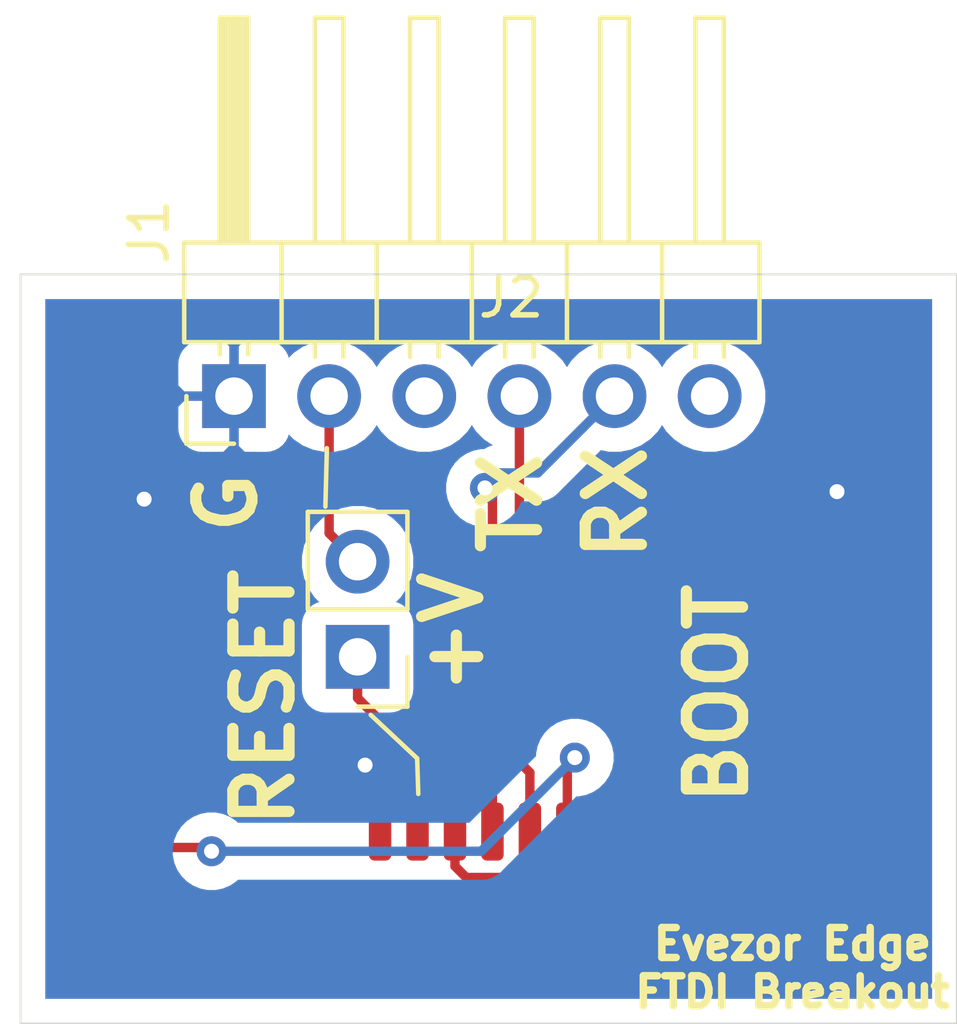
<source format=kicad_pcb>
(kicad_pcb (version 20221018) (generator pcbnew)
  (layers (0 "F.Cu" signal) (31 "B.Cu" signal) (34 "B.Paste" user) (35 "F.Paste" user) (36 "B.SilkS" user "B.Silkscreen") (37 "F.SilkS" user "F.Silkscreen") (38 "B.Mask" user) (39 "F.Mask" user) (44 "Edge.Cuts" user))
  (net 0 "")
  (net 1 "GND")
  (net 2 "+5V")
  (net 3 "Net-(J1-Pad3)")
  (net 4 "/TX")
  (net 5 "/RX")
  (net 6 "Net-(J1-Pad6)")
  (net 7 "/RESET")
  (net 8 "/BOOT")
  (net 9 "Net-(J2-Pad5)")
  (footprint "Connector_PinHeader_2.54mm:PinHeader_1x06_P2.54mm_Horizontal" (layer "F.Cu") (at 140.7 63.25 90)
    (fp_text reference "J1" (at 4.385 -2.27 90) (layer "F.SilkS"))
    (fp_text value "Conn_01x06")
    (fp_line (start -1.27 -1.27) (end 0 -1.27) (stroke (width 0.12)) (layer "F.SilkS"))
    (fp_line (start -1.27 0) (end -1.27 -1.27) (stroke (width 0.12)) (layer "F.SilkS"))
    (fp_line (start 1.042929 2.16) (end 1.44 2.16) (stroke (width 0.12)) (layer "F.SilkS"))
    (fp_line (start 1.042929 2.92) (end 1.44 2.92) (stroke (width 0.12)) (layer "F.SilkS"))
    (fp_line (start 1.042929 4.7) (end 1.44 4.7) (stroke (width 0.12)) (layer "F.SilkS"))
    (fp_line (start 1.042929 5.46) (end 1.44 5.46) (stroke (width 0.12)) (layer "F.SilkS"))
    (fp_line (start 1.042929 7.24) (end 1.44 7.24) (stroke (width 0.12)) (layer "F.SilkS"))
    (fp_line (start 1.042929 8) (end 1.44 8) (stroke (width 0.12)) (layer "F.SilkS"))
    (fp_line (start 1.042929 9.78) (end 1.44 9.78) (stroke (width 0.12)) (layer "F.SilkS"))
    (fp_line (start 1.042929 10.54) (end 1.44 10.54) (stroke (width 0.12)) (layer "F.SilkS"))
    (fp_line (start 1.042929 12.32) (end 1.44 12.32) (stroke (width 0.12)) (layer "F.SilkS"))
    (fp_line (start 1.042929 13.08) (end 1.44 13.08) (stroke (width 0.12)) (layer "F.SilkS"))
    (fp_line (start 1.11 -0.38) (end 1.44 -0.38) (stroke (width 0.12)) (layer "F.SilkS"))
    (fp_line (start 1.11 0.38) (end 1.44 0.38) (stroke (width 0.12)) (layer "F.SilkS"))
    (fp_line (start 1.44 -1.33) (end 1.44 14.03) (stroke (width 0.12)) (layer "F.SilkS"))
    (fp_line (start 1.44 1.27) (end 4.1 1.27) (stroke (width 0.12)) (layer "F.SilkS"))
    (fp_line (start 1.44 3.81) (end 4.1 3.81) (stroke (width 0.12)) (layer "F.SilkS"))
    (fp_line (start 1.44 6.35) (end 4.1 6.35) (stroke (width 0.12)) (layer "F.SilkS"))
    (fp_line (start 1.44 8.89) (end 4.1 8.89) (stroke (width 0.12)) (layer "F.SilkS"))
    (fp_line (start 1.44 11.43) (end 4.1 11.43) (stroke (width 0.12)) (layer "F.SilkS"))
    (fp_line (start 1.44 14.03) (end 4.1 14.03) (stroke (width 0.12)) (layer "F.SilkS"))
    (fp_line (start 4.1 -1.33) (end 1.44 -1.33) (stroke (width 0.12)) (layer "F.SilkS"))
    (fp_line (start 4.1 -0.38) (end 10.1 -0.38) (stroke (width 0.12)) (layer "F.SilkS"))
    (fp_line (start 4.1 -0.32) (end 10.1 -0.32) (stroke (width 0.12)) (layer "F.SilkS"))
    (fp_line (start 4.1 -0.2) (end 10.1 -0.2) (stroke (width 0.12)) (layer "F.SilkS"))
    (fp_line (start 4.1 -0.08) (end 10.1 -0.08) (stroke (width 0.12)) (layer "F.SilkS"))
    (fp_line (start 4.1 0.04) (end 10.1 0.04) (stroke (width 0.12)) (layer "F.SilkS"))
    (fp_line (start 4.1 0.16) (end 10.1 0.16) (stroke (width 0.12)) (layer "F.SilkS"))
    (fp_line (start 4.1 0.28) (end 10.1 0.28) (stroke (width 0.12)) (layer "F.SilkS"))
    (fp_line (start 4.1 2.16) (end 10.1 2.16) (stroke (width 0.12)) (layer "F.SilkS"))
    (fp_line (start 4.1 4.7) (end 10.1 4.7) (stroke (width 0.12)) (layer "F.SilkS"))
    (fp_line (start 4.1 7.24) (end 10.1 7.24) (stroke (width 0.12)) (layer "F.SilkS"))
    (fp_line (start 4.1 9.78) (end 10.1 9.78) (stroke (width 0.12)) (layer "F.SilkS"))
    (fp_line (start 4.1 12.32) (end 10.1 12.32) (stroke (width 0.12)) (layer "F.SilkS"))
    (fp_line (start 4.1 14.03) (end 4.1 -1.33) (stroke (width 0.12)) (layer "F.SilkS"))
    (fp_line (start 10.1 -0.38) (end 10.1 0.38) (stroke (width 0.12)) (layer "F.SilkS"))
    (fp_line (start 10.1 0.38) (end 4.1 0.38) (stroke (width 0.12)) (layer "F.SilkS"))
    (fp_line (start 10.1 2.16) (end 10.1 2.92) (stroke (width 0.12)) (layer "F.SilkS"))
    (fp_line (start 10.1 2.92) (end 4.1 2.92) (stroke (width 0.12)) (layer "F.SilkS"))
    (fp_line (start 10.1 4.7) (end 10.1 5.46) (stroke (width 0.12)) (layer "F.SilkS"))
    (fp_line (start 10.1 5.46) (end 4.1 5.46) (stroke (width 0.12)) (layer "F.SilkS"))
    (fp_line (start 10.1 7.24) (end 10.1 8) (stroke (width 0.12)) (layer "F.SilkS"))
    (fp_line (start 10.1 8) (end 4.1 8) (stroke (width 0.12)) (layer "F.SilkS"))
    (fp_line (start 10.1 9.78) (end 10.1 10.54) (stroke (width 0.12)) (layer "F.SilkS"))
    (fp_line (start 10.1 10.54) (end 4.1 10.54) (stroke (width 0.12)) (layer "F.SilkS"))
    (fp_line (start 10.1 12.32) (end 10.1 13.08) (stroke (width 0.12)) (layer "F.SilkS"))
    (fp_line (start 10.1 13.08) (end 4.1 13.08) (stroke (width 0.12)) (layer "F.SilkS"))
    (pad "1" thru_hole rect (at 0 0 90) (size 1.7 1.7) (drill 1) (layers "*.Cu" "*.Mask") (net 1 "GND"))
    (pad "2" thru_hole oval (at 0 2.54 90) (size 1.7 1.7) (drill 1) (layers "*.Cu" "*.Mask") (net 2 "+5V"))
    (pad "3" thru_hole oval (at 0 5.08 90) (size 1.7 1.7) (drill 1) (layers "*.Cu" "*.Mask") (net 3 "Net-(J1-Pad3)"))
    (pad "4" thru_hole oval (at 0 7.62 90) (size 1.7 1.7) (drill 1) (layers "*.Cu" "*.Mask") (net 4 "/TX"))
    (pad "5" thru_hole oval (at 0 10.16 90) (size 1.7 1.7) (drill 1) (layers "*.Cu" "*.Mask") (net 5 "/RX"))
    (pad "6" thru_hole oval (at 0 12.7 90) (size 1.7 1.7) (drill 1) (layers "*.Cu" "*.Mask") (net 6 "Net-(J1-Pad6)"))
  )
  (footprint "Evezor_extras:CONN-SH-6P-VERTICAL" (layer "F.Cu") (at 147.1 74.875 180)
    (fp_text reference "J2" (at -1 14.25) (layer "F.SilkS"))
    (fp_text value "Conn_01x06")
    (pad "1" smd roundrect (at -2.5 0 180) (size 0.6 1.55) (layers "F.Cu" "F.Paste" "F.Mask") (net 7 "/RESET"))
    (pad "2" smd roundrect (at -1.5 0 180) (size 0.6 1.55) (layers "F.Cu" "F.Paste" "F.Mask") (net 4 "/TX"))
    (pad "3" smd roundrect (at -0.5 0 180) (size 0.6 1.55) (layers "F.Cu" "F.Paste" "F.Mask") (net 5 "/RX"))
    (pad "4" smd roundrect (at 0.5 0 180) (size 0.6 1.55) (layers "F.Cu" "F.Paste" "F.Mask") (net 8 "/BOOT"))
    (pad "5" smd roundrect (at 1.5 0 180) (size 0.6 1.55) (layers "F.Cu" "F.Paste" "F.Mask") (net 9 "Net-(J2-Pad5)"))
    (pad "6" smd roundrect (at 2.5 0 180) (size 0.6 1.55) (layers "F.Cu" "F.Paste" "F.Mask") (net 1 "GND"))
    (pad "MP" smd roundrect (at -3.8 -2.525 180) (size 1.2 1.8) (layers "F.Cu" "F.Paste" "F.Mask") (roundrect_rratio 0.1))
    (pad "MP" smd roundrect (at 3.8 -2.525 180) (size 1.2 1.8) (layers "F.Cu" "F.Paste" "F.Mask") (roundrect_rratio 0.1))
  )
  (footprint "EvezorLIB:SWITCH_2x3_SMD_TACTILE_GREEN" (layer "F.Cu") (at 138.3 71.45 90)
    (fp_text reference "SW1")
    (fp_text value "SW_Push")
    (pad "1" smd rect (at -3.85 0 90) (size 1.5 1.2) (layers "F.Cu" "F.Paste" "F.Mask") (net 7 "/RESET"))
    (pad "2" smd rect (at 3.85 0 90) (size 1.5 1.2) (layers "F.Cu" "F.Paste" "F.Mask") (net 1 "GND"))
  )
  (footprint "EvezorLIB:SWITCH_2x3_SMD_TACTILE_GREEN" (layer "F.Cu") (at 156.8 71.35 90)
    (fp_text reference "SW2")
    (fp_text value "SW_Push")
    (pad "1" smd rect (at -3.85 0 90) (size 1.5 1.2) (layers "F.Cu" "F.Paste" "F.Mask") (net 8 "/BOOT"))
    (pad "2" smd rect (at 3.85 0 90) (size 1.5 1.2) (layers "F.Cu" "F.Paste" "F.Mask") (net 1 "GND"))
  )
  (footprint "Connector_PinHeader_2.54mm:PinHeader_1x02_P2.54mm_Vertical" (layer "F.Cu") (at 144 70.21 180)
    (fp_text reference "J3")
    (fp_text value "Conn_01x02")
    (fp_line (start -1.33 -1.33) (end 0 -1.33) (stroke (width 0.12)) (layer "F.SilkS"))
    (fp_line (start -1.33 0) (end -1.33 -1.33) (stroke (width 0.12)) (layer "F.SilkS"))
    (fp_line (start -1.33 1.27) (end -1.33 3.87) (stroke (width 0.12)) (layer "F.SilkS"))
    (fp_line (start -1.33 1.27) (end 1.33 1.27) (stroke (width 0.12)) (layer "F.SilkS"))
    (fp_line (start -1.33 3.87) (end 1.33 3.87) (stroke (width 0.12)) (layer "F.SilkS"))
    (fp_line (start 1.33 1.27) (end 1.33 3.87) (stroke (width 0.12)) (layer "F.SilkS"))
    (pad "1" thru_hole rect (at 0 0 180) (size 1.7 1.7) (drill 1) (layers "*.Cu" "*.Mask") (net 9 "Net-(J2-Pad5)"))
    (pad "2" thru_hole oval (at 0 2.54 180) (size 1.7 1.7) (drill 1) (layers "*.Cu" "*.Mask") (net 2 "+5V"))
  )
  (gr_line (start 145.59 72.92) (end 145.62 73.87) (stroke (width 0.12)) (layer "F.SilkS"))
  (gr_line (start 143.18 64.64) (end 143.14 66.2) (stroke (width 0.12)) (layer "F.SilkS"))
  (gr_line (start 144.35 71.76) (end 145.59 72.92) (stroke (width 0.12)) (layer "F.SilkS"))
  (gr_line (start 135 80) (end 135 60) (stroke (width 0.05)) (layer "Edge.Cuts"))
  (gr_line (start 135 60) (end 160 60) (stroke (width 0.05)) (layer "Edge.Cuts"))
  (gr_line (start 160 60) (end 160 80) (stroke (width 0.05)) (layer "Edge.Cuts"))
  (gr_line (start 160 80) (end 135 80) (stroke (width 0.05)) (layer "Edge.Cuts"))
  (gr_text "+V\n" (at 146.53 69.56 90) (layer "F.SilkS") (effects (font (size 1.5 1.5) (thickness 0.3))))
  (gr_text "TX\n" (at 148.1 66.1 90) (layer "F.SilkS") (effects (font (size 1.5 1.5) (thickness 0.3))))
  (gr_text "RX\n" (at 150.9 66.1 90) (layer "F.SilkS") (effects (font (size 1.5 1.5) (thickness 0.3))))
  (gr_text "RESET" (at 141.49 71.3 90) (layer "F.SilkS") (effects (font (size 1.5 1.5) (thickness 0.3))))
  (gr_text "BOOT\n" (at 153.6 71.2 90) (layer "F.SilkS") (effects (font (size 1.5 1.5) (thickness 0.3))))
  (gr_text "Evezor Edge\nFTDI Breakout\n" (at 155.61 78.52) (layer "F.SilkS") (effects (font (size 0.8 0.8) (thickness 0.2))))
  (gr_text "G" (at 140.5 66.1 90) (layer "F.SilkS") (effects (font (size 1.5 1.5) (thickness 0.3))))
  (segment (start 144.6 73.5) (end 144.2 73.1) (width 0.25) (layer "F.Cu") (net 1))
  (segment (start 156.8 67.5) (end 156.8 65.8) (width 0.25) (layer "F.Cu") (net 1))
  (segment (start 144.6 74.875) (end 144.6 73.5) (width 0.25) (layer "F.Cu") (net 1))
  (segment (start 138.3 67.6) (end 138.3 66) (width 0.25) (layer "F.Cu") (net 1))
  (via (at 156.8 65.8) (size 0.8) (drill 0.4) (layers "F.Cu" "B.Cu") (net 1))
  (via (at 144.2 73.1) (size 0.8) (drill 0.4) (layers "F.Cu" "B.Cu") (net 1))
  (via (at 138.3 66) (size 0.8) (drill 0.4) (layers "F.Cu" "B.Cu") (net 1))
  (segment (start 143.24 63.25) (end 143.24 66.91) (width 0.25) (layer "F.Cu") (net 2))
  (segment (start 143.24 66.91) (end 144 67.67) (width 0.25) (layer "F.Cu") (net 2))
  (segment (start 148.32 73.02) (end 148.6 73.3) (width 0.25) (layer "F.Cu") (net 4))
  (segment (start 148.6 73.3) (end 148.6 74.875) (width 0.25) (layer "F.Cu") (net 4))
  (segment (start 148.32 63.25) (end 148.32 73.02) (width 0.25) (layer "F.Cu") (net 4))
  (segment (start 147.6 74.875) (end 147.6 65.9) (width 0.25) (layer "F.Cu") (net 5))
  (segment (start 147.6 65.9) (end 147.4 65.7) (width 0.25) (layer "F.Cu") (net 5))
  (via (at 147.4 65.7) (size 0.8) (drill 0.4) (layers "F.Cu" "B.Cu") (net 5))
  (segment (start 147.4 65.7) (end 147.799999 65.300001) (width 0.25) (layer "B.Cu") (net 5))
  (segment (start 147.799999 65.300001) (end 148.809999 65.300001) (width 0.25) (layer "B.Cu") (net 5))
  (segment (start 150.010001 64.099999) (end 150.86 63.25) (width 0.25) (layer "B.Cu") (net 5))
  (segment (start 148.809999 65.300001) (end 150.010001 64.099999) (width 0.25) (layer "B.Cu") (net 5))
  (segment (start 149.8 72.9) (end 149.6 73.1) (width 0.25) (layer "F.Cu") (net 7))
  (segment (start 140 75.3) (end 140.1 75.4) (width 0.25) (layer "F.Cu") (net 7))
  (segment (start 149.6 73.1) (end 149.6 74.875) (width 0.25) (layer "F.Cu") (net 7))
  (segment (start 138.3 75.3) (end 140 75.3) (width 0.25) (layer "F.Cu") (net 7))
  (via (at 140.1 75.4) (size 0.8) (drill 0.4) (layers "F.Cu" "B.Cu") (net 7))
  (via (at 149.8 72.9) (size 0.8) (drill 0.4) (layers "F.Cu" "B.Cu") (net 7))
  (segment (start 147.3 75.4) (end 149.8 72.9) (width 0.25) (layer "B.Cu") (net 7))
  (segment (start 140.1 75.4) (end 147.3 75.4) (width 0.25) (layer "B.Cu") (net 7))
  (segment (start 155.95 75.2) (end 156.8 75.2) (width 0.25) (layer "F.Cu") (net 8))
  (segment (start 146.9 76.1) (end 155.05 76.1) (width 0.25) (layer "F.Cu") (net 8))
  (segment (start 146.6 74.875) (end 146.6 75.8) (width 0.25) (layer "F.Cu") (net 8))
  (segment (start 146.6 75.8) (end 146.9 76.1) (width 0.25) (layer "F.Cu") (net 8))
  (segment (start 155.05 76.1) (end 155.95 75.2) (width 0.25) (layer "F.Cu") (net 8))
  (segment (start 144 71.31) (end 145.6 72.91) (width 0.25) (layer "F.Cu") (net 9))
  (segment (start 145.6 72.91) (end 145.6 74.1) (width 0.25) (layer "F.Cu") (net 9))
  (segment (start 145.6 74.1) (end 145.6 74.875) (width 0.25) (layer "F.Cu") (net 9))
  (segment (start 144 70.21) (end 144 71.31) (width 0.25) (layer "F.Cu") (net 9))
  (zone (net 1) (net_name "GND") (layer "B.Cu") (connect_pads (clearance 0.508)) (min_thickness 0.254) (fill yes (thermal_gap 0.508) (thermal_bridge_width 0.508))
    (polygon (pts (xy 160 80) (xy 135 80) (xy 135 60) (xy 160 60)))
  )
)
</source>
